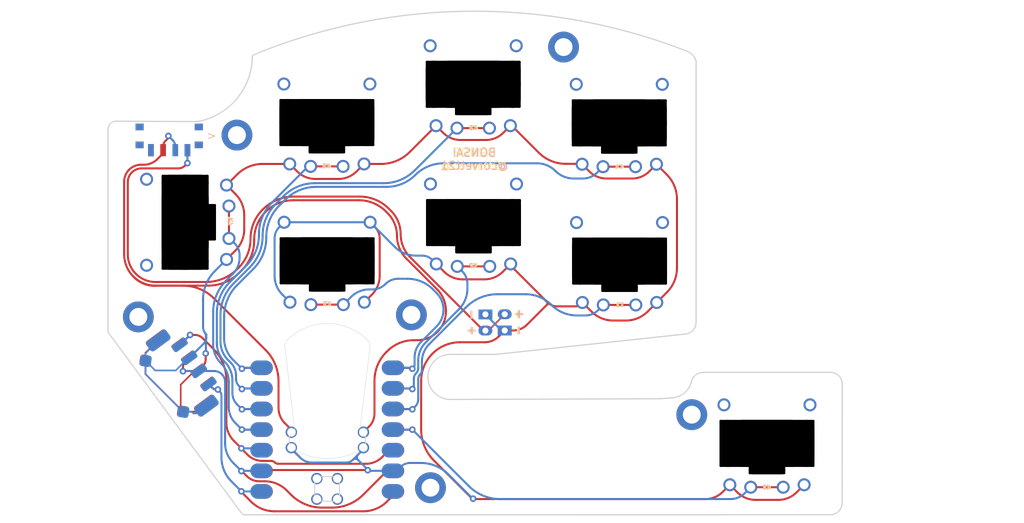
<source format=kicad_pcb>
(kicad_pcb (version 20240108) (generator "pcbnew") (generator_version "8.0")
  (title_block (title "Bonsai") (date "2024-07-03") (rev "v1") (company "Sprinkle"))
  (layers (0 "F.Cu" signal) (31 "B.Cu" signal) (34 "B.Paste" user) (35 "F.Paste" user) (36 "B.SilkS" user "B.Silkscreen") (37 "F.SilkS" user "F.Silkscreen") (38 "B.Mask" user) (39 "F.Mask" user) (44 "Edge.Cuts" user))
  (net 0 "")
  (net 1 "K5")
  (net 2 "GND")
  (net 3 "K6")
  (net 4 "K7")
  (net 5 "K1")
  (net 6 "K0")
  (net 7 "K2")
  (net 8 "K3")
  (net 9 "K4")
  (net 10 "Bat+")
  (net 11 "RAW")
  (net 12 "F1")
  (net 13 "F2")
  (net 14 "F3")
  (footprint "pg1232:pg1232-R" (layer "F.Cu") (at 40.5664 44.389)
    (property "Reference" "REF**" (hide yes))
    (property "Value" "pg1232-R")
  )
  (footprint "pg1232:pg1232-R" (layer "F.Cu") (at 76.5664 27.389)
    (property "Reference" "REF**" (hide yes))
    (property "Value" "pg1232-R")
  )
  (footprint "Button_Switch_SMD:SW_SPDT_PCM12" (layer "F.Cu") (at 21.1 29.325 180)
    (property "Reference" "REF**")
    (property "Value" "SW_SPDT_PCM12")
  )
  (footprint "pg1232:pg1232-R" (layer "F.Cu") (at 94.7664 66.889)
    (property "Reference" "REF**" (hide yes))
    (property "Value" "pg1232-R")
  )
  (footprint "MountingHole:MountingHole_2.2mm_M2_DIN965_Pad" (layer "F.Cu") (at 85.5 63.35)
    (property "Reference" "REF**")
    (property "Value" "MountingHole_2.2mm_M2_DIN965_Pad")
  )
  (footprint "footprints:SLLB510100" (layer "F.Cu") (at 23.098486 57.903767 126.4)
    (property "Reference" "REF**")
    (property "Value" "SLLB510100")
  )
  (footprint "MountingHole:MountingHole_2.2mm_M2_DIN965_Pad" (layer "F.Cu") (at 53.3 72.35)
    (property "Reference" "REF**")
    (property "Value" "MountingHole_2.2mm_M2_DIN965_Pad")
  )
  (footprint "pg1232:pg1232-R" (layer "F.Cu") (at 58.6 39.675)
    (property "Reference" "REF**" (hide yes))
    (property "Value" "pg1232-R")
  )
  (footprint "pg1232:pg1232-R" (layer "F.Cu") (at 40.5328 27.353)
    (property "Reference" "REF**" (hide yes))
    (property "Value" "pg1232-R")
  )
  (footprint "" (layer "F.Cu") (at 50.95 51.05)
    (property "Reference" "")
    (property "Value" "")
  )
  (footprint "footprints:JST_PH_S2B-PH-K_02x2.00mm_Angled" (layer "F.Cu") (at 60.0664 50.989 -90)
    (property "Reference" "REF**")
    (property "Value" "JST_PH_S2B-PH-K_02x2.00mm_Angled")
  )
  (footprint "MountingHole:MountingHole_2.2mm_M2_DIN965_Pad" (layer "F.Cu") (at 29.45 28.9)
    (property "Reference" "REF**")
    (property "Value" "MountingHole_2.2mm_M2_DIN965_Pad")
  )
  (footprint "MountingHole:MountingHole_2.2mm_M2_DIN965_Pad" (layer "F.Cu") (at 69.7 18.05)
    (property "Reference" "REF**")
    (property "Value" "MountingHole_2.2mm_M2_DIN965_Pad")
  )
  (footprint "MountingHole:MountingHole_2.2mm_M2_DIN965_Pad" (layer "F.Cu") (at 17.3 51.3)
    (property "Reference" "REF**")
    (property "Value" "MountingHole_2.2mm_M2_DIN965_Pad")
  )
  (footprint "pg1232:pg1232-R" (layer "F.Cu") (at 58.5664 22.639)
    (property "Reference" "REF**" (hide yes))
    (property "Value" "pg1232-R")
  )
  (footprint "pg1232:pg1232-R" (layer "F.Cu") (at 76.6 44.425)
    (property "Reference" "REF**" (hide yes))
    (property "Value" "pg1232-R")
  )
  (footprint "mcu:xiao-ble-smd-cutout" (layer "F.Cu") (at 40.59644 65.193 180)
    (property "Reference" "U?" (hide yes))
    (property "Value" "xiao-ble-thruhole" (hide yes))
    (fp_line (start 5.249998 10.25) (end 4.0132 -0.063) (stroke (width 0.05)) (layer "Edge.Cuts"))
    (fp_line (start 4.699 -1.7902) (end 4.699 -0.7488) (stroke (width 0.12)) (layer "Edge.Cuts"))
    (fp_line (start -4.013199 -0.063001) (end -5.249998 10.25) (stroke (width 0.05)) (layer "Edge.Cuts"))
    (fp_line (start -4.699 -0.7488) (end -4.699 -1.7902) (stroke (width 0.12)) (layer "Edge.Cuts"))
    (fp_arc (start 5.249998 10.25) (mid 5.185852 10.645284) (end 4.999999 10.999999) (stroke (width 0.05)) (layer "Edge.Cuts"))
    (fp_arc (start 4.999999 10.999999) (mid 0 13.071066) (end -4.999999 10.999999) (stroke (width 0.05)) (layer "Edge.Cuts"))
    (fp_arc (start 4.699 -1.7902) (mid 4.095393 -1.872393) (end 4.0132 -2.476) (stroke (width 0.12)) (layer "Edge.Cuts"))
    (fp_arc (start 4.0132 -0.063) (mid 4.095393 -0.666607) (end 4.699 -0.7488) (stroke (width 0.12)) (layer "Edge.Cuts"))
    (fp_arc (start -4.0132 -2.476) (mid 0 -3.582295) (end 4.0132 -2.476) (stroke (width 0.05)) (layer "Edge.Cuts"))
    (fp_arc (start -4.0132 -2.476) (mid -4.095391 -1.872391) (end -4.699 -1.7902) (stroke (width 0.12)) (layer "Edge.Cuts"))
    (fp_arc (start -4.699 -0.7488) (mid -4.095391 -0.666609) (end -4.0132 -0.063) (stroke (width 0.12)) (layer "Edge.Cuts"))
    (fp_arc (start -4.999999 10.999999) (mid -5.185853 10.645284) (end -5.249998 10.25) (stroke (width 0.05)) (layer "Edge.Cuts"))
  )
  (footprint "pg1232:pg1232-R" (layer "F.Cu") (at 23.0664 39.639 90)
    (property "Reference" "REF**" (hide yes))
    (property "Value" "pg1232-R")
  )
  (footprint "footprints:JST_PH_S2B-PH-K_02x2.00mm_Angled" (layer "B.Cu") (at 62.45 52.975 90)
    (property "Reference" "REF**")
    (property "Value" "JST_PH_S2B-PH-K_02x2.00mm_Angled")
  )
  (footprint "mcu:xiao-ble-smd-cutout" (layer "B.Cu") (at 40.5664 65.189)
    (property "Reference" "U?" (hide yes))
    (property "Value" "xiao-ble-thruhole" (hide yes))
    (fp_line (start -1.524 8.1402) (end -1.524 6.4638) (stroke (width 0.12)) (layer "Edge.Cuts"))
    (fp_line (start 0.8382 5.778) (end -0.8382 5.778) (stroke (width 0.12)) (layer "Edge.Cuts"))
    (fp_line (start 0.8382 8.826) (end -0.8382 8.826) (stroke (width 0.12)) (layer "Edge.Cuts"))
    (fp_line (start 1.524 8.1402) (end 1.524 6.4638) (stroke (width 0.12)) (layer "Edge.Cuts"))
    (fp_arc (start -1.524 8.1402) (mid -0.920391 8.222391) (end -0.8382 8.826) (stroke (width 0.12)) (layer "Edge.Cuts"))
    (fp_arc (start -0.8382 5.778) (mid -0.920391 6.381609) (end -1.524 6.4638) (stroke (width 0.12)) (layer "Edge.Cuts"))
    (fp_arc (start 0.8382 8.826) (mid 0.920393 8.222393) (end 1.524 8.1402) (stroke (width 0.12)) (layer "Edge.Cuts"))
    (fp_arc (start 1.524 6.4638) (mid 0.920393 6.381607) (end 0.8382 5.778) (stroke (width 0.12)) (layer "Edge.Cuts"))
  )
  (footprint "Button_Switch_SMD:SW_SPDT_PCM12" (layer "B.Cu") (at 21.100001 29.325)
    (property "Reference" "REF**")
    (property "Value" "SW_SPDT_PCM12")
  )
  (footprint "footprints:SLLB510100" (layer "B.Cu") (at 23.13239 57.93588 -53.6)
    (property "Reference" "REF**")
    (property "Value" "SLLB510100")
  )
  (gr_line (start 13.575 53.05) (end 13.5664 52.95) (stroke (width 0.15)) (layer "Edge.Cuts"))
  (gr_arc (start 102.583601 58.133601) (mid 103.620501 58.5631) (end 104.05 59.6) (stroke (width 0.15)) (layer "Edge.Cuts"))
  (gr_line (start 13.5664 52.95) (end 13.5664 28.189) (stroke (width 0.15)) (layer "Edge.Cuts"))
  (gr_arc (start 31.341848 19.159238) (mid 29.483253 24.357947) (end 24.75 27.2) (stroke (width 0.15)) (layer "Edge.Cuts"))
  (gr_line (start 13.6 53.2) (end 13.575 53.05) (stroke (width 0.15)) (layer "Edge.Cuts"))
  (gr_arc (start 86.029499 51.963099) (mid 85.6 53) (end 84.563099 53.429499) (stroke (width 0.15)) (layer "Edge.Cuts"))
  (gr_arc (start 84.853758 18.540358) (mid 85.587618 19.007081) (end 86.029139 19.756374) (stroke (width 0.15)) (layer "Edge.Cuts"))
  (gr_line (start 61.2668 55.925) (end 55.75 55.925) (stroke (width 0.15)) (layer "Edge.Cuts"))
  (gr_line (start 81.5664 61.389) (end 55.75 61.475) (stroke (width 0.15)) (layer "Edge.Cuts"))
  (gr_line (start 31.341848 19.159238) (end 31.375 19.1) (stroke (width 0.15)) (layer "Edge.Cuts"))
  (gr_arc (start 55.75 61.475) (mid 52.975 58.7) (end 55.75 55.925) (stroke (width 0.15)) (layer "Edge.Cuts"))
  (gr_line (start 30.15 75.6) (end 29.969684 75.422367) (stroke (width 0.15)) (layer "Edge.Cuts"))
  (gr_line (start 30.25 75.65) (end 30.15 75.6) (stroke (width 0.15)) (layer "Edge.Cuts"))
  (gr_line (start 104.05 59.6) (end 104.029499 74.213099) (stroke (width 0.15)) (layer "Edge.Cuts"))
  (gr_line (start 61.2668 55.925) (end 84.563099 53.429499) (stroke (width 0.15)) (layer "Edge.Cuts"))
  (gr_line (start 31.45 19.05) (end 32.75 18.5) (stroke (width 0.15)) (layer "Edge.Cuts"))
  (gr_line (start 24.174552 27.229762) (end 24.75 27.2) (stroke (width 0.15)) (layer "Edge.Cuts"))
  (gr_line (start 31.375 19.1) (end 31.45 19.05) (stroke (width 0.15)) (layer "Edge.Cuts"))
  (gr_arc (start 13.5664 28.189) (mid 13.859293 27.481893) (end 14.5664 27.189) (stroke (width 0.15)) (layer "Edge.Cuts"))
  (gr_arc (start 32.75 18.5) (mid 58.805665 13.632087) (end 84.853758 18.540357) (stroke (width 0.15)) (layer "Edge.Cuts"))
  (gr_line (start 13.690405 53.357079) (end 13.6 53.2) (stroke (width 0.15)) (layer "Edge.Cuts"))
  (gr_arc (start 104.029499 74.213099) (mid 103.6 75.25) (end 102.563099 75.679499) (stroke (width 0.15)) (layer "Edge.Cuts"))
  (gr_line (start 30.399999 75.688969) (end 30.25 75.65) (stroke (width 0.15)) (layer "Edge.Cuts"))
  (gr_line (start 102.563099 75.679499) (end 30.399999 75.688969) (stroke (width 0.15)) (layer "Edge.Cuts"))
  (gr_arc (start 85.412179 59.473559) (mid 85.886392 58.546667) (end 86.850086 58.152585) (stroke (width 0.15)) (layer "Edge.Cuts"))
  (gr_arc (start 85.412178 59.473559) (mid 84.509823 60.727429) (end 83.067799 61.281507) (stroke (width 0.15)) (layer "Edge.Cuts"))
  (gr_line (start 87.15 58.133601) (end 102.583601 58.133601) (stroke (width 0.15)) (layer "Edge.Cuts"))
  (gr_line (start 86.029139 19.756374) (end 86.029499 51.963099) (stroke (width 0.15)) (layer "Edge.Cuts"))
  (gr_line (start 86.850086 58.152585) (end 87.15 58.133601) (stroke (width 0.15)) (layer "Edge.Cuts"))
  (gr_line (start 81.5664 61.389) (end 83.067799 61.281508) (stroke (width 0.15)) (layer "Edge.Cuts"))
  (gr_line (start 13.690405 53.357079) (end 29.969684 75.422367) (stroke (width 0.15)) (layer "Edge.Cuts"))
  (gr_line (start 14.5664 27.189) (end 24.174552 27.229762) (stroke (width 0.15)) (layer "Edge.Cuts"))
  (gr_text "K5" (at 59.1 28.3 0) (layer "B.SilkS") (effects (font (size 0.5 0.5)) (justify left bottom mirror)))
  (gr_text "K6" (at 41 33 -0) (layer "B.SilkS") (effects (font (size 0.5 0.5)) (justify left bottom mirror)))
  (gr_text "K2" (at 59.1 45.3 0) (layer "B.SilkS") (effects (font (size 0.5 0.5)) (justify left bottom mirror)))
  (gr_text "BONSAI\n@corvett21" (at 58.7 33.25 0) (layer "B.SilkS") (effects (font (size 1 1)) (justify bottom mirror)))
  (gr_text "K7" (at 29 39 90) (layer "B.SilkS") (effects (font (size 0.5 0.5)) (justify left bottom mirror)))
  (gr_text "<" (at 27 29.525 0) (layer "B.SilkS") (effects (font (size 1 1) (thickness 0.1)) (justify left bottom mirror)))
  (gr_text "+" (at 57.6 53.5 -0) (layer "B.SilkS") (effects (font (size 1 1) (thickness 0.25) (bold yes)) (justify left bottom)))
  (gr_text "-" (at 57.825 50.225 -90) (layer "B.SilkS") (effects (font (size 1 1) (thickness 0.25) (bold yes)) (justify left bottom)))
  (gr_text "K3" (at 41.1164 50 0) (layer "B.SilkS") (effects (font (size 0.5 0.5)) (justify left bottom mirror)))
  (gr_text "K4" (at 77.1 33.1 -0) (layer "B.SilkS") (effects (font (size 0.5 0.5)) (justify left bottom mirror)))
  (gr_text "K0" (at 95.3 72.6 0) (layer "B.SilkS") (effects (font (size 0.5 0.5)) (justify left bottom mirror)))
  (gr_text "-" (at 63.675 52.175 -90) (layer "B.SilkS") (effects (font (size 1 1) (thickness 0.25) (bold yes)) (justify left bottom)))
  (gr_text "+" (at 63.45 51.475 -0) (layer "B.SilkS") (effects (font (size 1 1) (thickness 0.25) (bold yes)) (justify left bottom)))
  (gr_text "K1" (at 77.2 50.1 0) (layer "B.SilkS") (effects (font (size 0.5 0.5)) (justify left bottom mirror)))
  (gr_text ">" (at 25.675 29.525 0) (layer "F.SilkS") (effects (font (size 1 1) (thickness 0.1)) (justify left bottom)))
  (gr_text "K3" (at 40 50 0) (layer "F.SilkS") (effects (font (size 0.5 0.5)) (justify left bottom)))
  (gr_text "+" (at 59.1 53.5 0) (layer "F.SilkS") (effects (font (size 1 1) (thickness 0.25) (bold yes)) (justify left bottom mirror)))
  (gr_text "-" (at 58.85 50.25 90) (layer "F.SilkS") (effects (font (size 1 1) (thickness 0.25) (bold yes)) (justify left bottom mirror)))
  (gr_text "K0" (at 94.2 72.6 0) (layer "F.SilkS") (effects (font (size 0.5 0.5)) (justify left bottom)))
  (gr_text "K1" (at 76.1 50.1 0) (layer "F.SilkS") (effects (font (size 0.5 0.5)) (justify left bottom)))
  (gr_text "BONSAI\n@corvett21" (at 58.75 33.25 0) (layer "F.SilkS") (effects (font (size 1 1)) (justify bottom)))
  (gr_text "K5" (at 58.1 28.3 0) (layer "F.SilkS") (effects (font (size 0.5 0.5)) (justify left bottom)))
  (gr_text "-" (at 64.6 52.2 90) (layer "F.SilkS") (effects (font (size 1 1) (thickness 0.25) (bold yes)) (justify left bottom mirror)))
  (gr_text "K2" (at 58.1 45.3 0) (layer "F.SilkS") (effects (font (size 0.5 0.5)) (justify left bottom)))
  (gr_text "K6" (at 40 33 0) (layer "F.SilkS") (effects (font (size 0.5 0.5)) (justify left bottom)))
  (gr_text "K7" (at 29 40 90) (layer "F.SilkS") (effects (font (size 0.5 0.5)) (justify left bottom)))
  (gr_text "+" (at 64.85 51.525 0) (layer "F.SilkS") (effects (font (size 1 1) (thickness 0.25) (bold yes)) (justify left bottom mirror)))
  (gr_text "K4" (at 76.1 33.1 0) (layer "F.SilkS") (effects (font (size 0.5 0.5)) (justify left bottom)))
  (segment (start 30.0964 60.159) (end 30.0664 60.189) (width 0.25) (layer "F.Cu") (net 1))
  (segment (start 56.5664 28.039) (end 60.5664 28.039) (width 0.25) (layer "F.Cu") (net 1))
  (segment (start 30.168826 60.129) (end 32.02648 60.129) (width 0.25) (layer "F.Cu") (net 1))
  (via (at 30.0664 60.189) (size 0.8) (drill 0.4) (layers "F.Cu" "B.Cu") (net 1))
  (arc (start 30.0964 60.159) (mid 30.129629 60.136796) (end 30.168826 60.129) (width 0.25) (layer "F.Cu") (net 1))
  (segment (start 30.0664 60.189) (end 29.7039 59.8265) (width 0.25) (layer "B.Cu") (net 1))
  (segment (start 30.0664 60.189) (end 30.1064 60.149) (width 0.25) (layer "B.Cu") (net 1))
  (segment (start 32.6164 41.352428) (end 32.6164 41.256567) (width 0.25) (layer "B.Cu") (net 1))
  (segment (start 27.422441 51.054314) (end 27.422441 54.324528) (width 0.25) (layer "B.Cu") (net 1))
  (segment (start 39.047967 34.825) (end 47.526436 34.825) (width 0.25) (layer "B.Cu") (net 1))
  (segment (start 29.3414 58.532198) (end 29.3414 58.951347) (width 0.25) (layer "B.Cu") (net 1))
  (segment (start 30.202968 60.109) (end 31.99644 60.109) (width 0.25) (layer "B.Cu") (net 1))
  (segment (start 51.374192 33.231207) (end 56.5664 28.039) (width 0.25) (layer "B.Cu") (net 1))
  (segment (start 35.20021 36.418792) (end 34.210192 37.408811) (width 0.25) (layer "B.Cu") (net 1))
  (segment (start 29.016233 47.206558) (end 31.022607 45.200184) (width 0.25) (layer "B.Cu") (net 1))
  (segment (start 28.38192 56.640916) (end 28.682516 56.941512) (width 0.25) (layer "B.Cu") (net 1))
  (arc (start 31.022607 45.200184) (mid 32.202186 43.434818) (end 32.6164 41.352428) (width 0.25) (layer "B.Cu") (net 1))
  (arc (start 28.38192 56.640916) (mid 27.671801 55.578148) (end 27.422441 54.324528) (width 0.25) (layer "B.Cu") (net 1))
  (arc (start 39.047967 34.825) (mid 36.965576 35.239213) (end 35.20021 36.418792) (width 0.25) (layer "B.Cu") (net 1))
  (arc (start 51.374192 33.231207) (mid 49.608826 34.410786) (end 47.526436 34.825) (width 0.25) (layer "B.Cu") (net 1))
  (arc (start 29.3414 58.951347) (mid 29.43561 59.424976) (end 29.7039 59.8265) (width 0.25) (layer "B.Cu") (net 1))
  (arc (start 30.1064 60.149) (mid 30.150705 60.119395) (end 30.202968 60.109) (width 0.25) (layer "B.Cu") (net 1))
  (arc (start 29.3414 58.532198) (mid 29.170161 57.671325) (end 28.682516 56.941512) (width 0.25) (layer "B.Cu") (net 1))
  (arc (start 27.422441 51.054314) (mid 27.836654 48.971923) (end 29.016233 47.206558) (width 0.25) (layer "B.Cu") (net 1))
  (arc (start 34.210192 37.408811) (mid 33.030613 39.174176) (end 32.6164 41.256567) (width 0.25) (layer "B.Cu") (net 1))
  (segment (start 47.0414 41.64485) (end 47.0414 46.254032) (width 0.25) (layer "F.Cu") (net 2))
  (segment (start 35.9528 32.453) (end 36.8763 33.3765) (width 0.25) (layer "F.Cu") (net 2))
  (segment (start 59.936497 46.675) (end 57.263502 46.675) (width 0.25) (layer "F.Cu") (net 2))
  (segment (start 22.796915 62.971464) (end 22.521088 62.695637) (width 0.2) (layer "F.Cu") (net 2))
  (segment (start 78.140184 34.25) (end 74.992615 34.25) (width 0.25) (layer "F.Cu") (net 2))
  (segment (start 77.381687 51.75) (end 75.818312 51.75) (width 0.25) (layer "F.Cu") (net 2))
  (segment (start 54.8669 28.6195) (end 53.9864 27.739) (width 0.25) (layer "F.Cu") (net 2))
  (segment (start 62.23 45.725) (end 63.108405 44.846594) (width 0.25) (layer "F.Cu") (net 2))
  (segment (start 58.638189 73.75) (end 87.180184 73.75) (width 0.25) (layer "F.Cu") (net 2))
  (segment (start 71.209124 50) (end 68.892812 50) (width 0.25) (layer "F.Cu") (net 2))
  (segment (start 45.1128 32.453) (end 47.1926 32.453) (width 0.25) (layer "F.Cu") (net 2))
  (segment (start 29.4694 33.756) (end 28.1664 35.059) (width 0.25) (layer "F.Cu") (net 2))
  (segment (start 24.237564 57.937216) (end 24.738267 57.937216) (width 0.2) (layer "F.Cu") (net 2))
  (segment (start 69.97705 32.439) (end 71.901044 32.439) (width 0.25) (layer "F.Cu") (net 2))
  (segment (start 67.714375 49.511875) (end 67.22625 49.02375) (width 0.25) (layer "F.Cu") (net 2))
  (segment (start 62.45 52.975) (end 63.465 52.975) (width 0.25) (layer "F.Cu") (net 2))
  (segment (start 63.085836 27.799563) (end 62.2659 28.6195) (width 0.25) (layer "F.Cu") (net 2))
  (segment (start 22.521088 62.695637) (end 22.521088 59.653692) (width 0.2) (layer "F.Cu") (net 2))
  (segment (start 82.4107 33.7533) (end 81.1464 32.489) (width 0.25) (layer "F.Cu") (net 2))
  (segment (start 52.15 59.204898) (end 52.15 65.171036) (width 0.25) (layer "F.Cu") (net 2))
  (segment (start 71.9864 32.489) (end 72.0364 32.539) (width 0.25) (layer "F.Cu") (net 2))
  (segment (start 18.168248 56.693293) (end 18.168248 58.342797) (width 0.2) (layer "F.Cu") (net 2))
  (segment (start 56.992615 29.5) (end 60.140184 29.5) (width 0.25) (layer "F.Cu") (net 2))
  (segment (start 71.9864 32.489) (end 71.9614 32.464) (width 0.25) (layer "F.Cu") (net 2))
  (segment (start 58.551047 73.698953) (end 58.57657 73.724476) (width 0.25) (layer "F.Cu") (net 2))
  (segment (start 46.4539 40.2265) (end 45.8664 39.639) (width 0.25) (layer "F.Cu") (net 2))
  (segment (start 25.169133 57.506349) (end 24.738267 57.937216) (width 0.25) (layer "F.Cu") (net 2))
  (segment (start 46.0939 48.5415) (end 45.1464 49.489) (width 0.25) (layer "F.Cu") (net 2))
  (segment (start 45.5664 70.189) (end 45.5594 70.182) (width 0.25) (layer "F.Cu") (net 2))
  (segment (start 81.18 49.525) (end 82.4275 48.2775) (width 0.25) (layer "F.Cu") (net 2))
  (segment (start 65.197713 52.257286) (end 67.655905 49.799094) (width 0.25) (layer "F.Cu") (net 2))
  (segment (start 32.07548 70.224) (end 32.02648 70.273) (width 0.25) (layer "F.Cu") (net 2))
  (segment (start 53.9864 27.739) (end 50.74304 30.982359) (width 0.25) (layer "F.Cu") (net 2))
  (segment (start 98.4159 72.9195) (end 99.3464 71.989) (width 0.25) (layer "F.Cu") (net 2))
  (segment (start 63.251594 45.049094) (end 67.655905 49.453405) (width 0.25) (layer "F.Cu") (net 2))
  (segment (start 22.796915 62.971464) (end 24.916615 62.971464) (width 0.2) (layer "F.Cu") (net 2))
  (segment (start 28.1664 35.059) (end 29.2582 36.1508) (width 0.25) (layer "F.Cu") (net 2))
  (segment (start 45.5425 70.175) (end 32.193776 70.175) (width 0.25) (layer "F.Cu") (net 2))
  (segment (start 73.1325 50.6375) (end 72.2575 49.7625) (width 0.25) (layer "F.Cu") (net 2))
  (segment (start 58.4875 73.698953) (end 58.551047 73.698953) (width 0.25) (layer "F.Cu") (net 2))
  (segment (start 30.35 40.491361) (end 30.35 38.786638) (width 0.25) (layer "F.Cu") (net 2))
  (segment (start 32.02648 70.289) (end 32.47548 69.84) (width 0.25) (layer "F.Cu") (net 2))
  (segment (start 22.521088 59.653692) (end 24.237564 57.937216) (width 0.2) (layer "F.Cu") (net 2))
  (segment (start 83.675 45.265768) (end 83.675 36.80559) (width 0.25) (layer "F.Cu") (net 2))
  (segment (start 66.63223 31.05353) (end 63.378263 27.799563) (width 0.25) (layer "F.Cu") (net 2))
  (segment (start 53.743792 69.018792) (end 58.379018 73.654018) (width 0.25) (layer "F.Cu") (net 2))
  (segment (start 72.0364 32.539) (end 72.8669 33.3695) (width 0.25) (layer "F.Cu") (net 2))
  (segment (start 45.1128 32.453) (end 44.1893 33.3765) (width 0.25) (layer "F.Cu") (net 2))
  (segment (start 24.916615 62.971464) (end 25.663134 62.224945) (width 0.2) (layer "F.Cu") (net 2))
  (segment (start 25.6 55.8) (end 25.6 56.466145) (width 0.25) (layer "F.Cu") (net 2))
  (segment (start 62.45 52.975) (end 61.725 53.7) (width 0.25) (layer "F.Cu") (net 2))
  (segment (start 80.2659 33.3695) (end 81.1464 32.489) (width 0.25) (layer "F.Cu") (net 2))
  (segment (start 41.959773 34.3) (end 39.105826 34.3) (width 0.25) (layer "F.Cu") (net 2))
  (segment (start 18.168248 58.342797) (end 22.796915 62.971464) (width 0.2) (layer "F.Cu") (net 2))
  (segment (start 54.97 45.725) (end 54.02 44.775) (width 0.25) (layer "F.Cu") (net 2))
  (segment (start 18.168248 55.736704) (end 19.728945 54.176007) (width 0.2) (layer "F.Cu") (net 2))
  (segment (start 96.169474 73.85) (end 93.363325 73.85) (width 0.25) (layer "F.Cu") (net 2))
  (segment (start 81.18 49.525) (end 80.0675 50.6375) (width 0.25) (layer "F.Cu") (net 2))
  (segment (start 91.1169 72.9195) (end 90.1864 71.989) (width 0.25) (layer "F.Cu") (net 2))
  (segment (start 18.168248 56.693293) (end 18.168248 55.736704) (width 0.2) (layer "F.Cu") (net 2))
  (segment (start 29.2582 43.1272) (end 28.1664 44.219) (width 0.25) (layer "F.Cu") (net 2))
  (segment (start 89.3059 72.8695) (end 90.1864 71.989) (width 0.25) (layer "F.Cu") (net 2))
  (segment (start 56.929898 54.425) (end 59.974695 54.425) (width 0.25) (layer "F.Cu") (net 2))
  (segment (start 32.61512 32.453) (end 35.9528 32.453) (width 0.25) (layer "F.Cu") (net 2))
  (via (at 25.6 55.8) (size 0.8) (drill 0.4) (layers "F.Cu" "B.Cu") (net 2))
  (via (at 45.5664 70.189) (size 0.8) (drill 0.4) (layers "F.Cu" "B.Cu") (net 2))
  (via (at 58.551047 73.698953) (size 0.8) (drill 0.4) (layers "F.Cu" "B.Cu") (net 2))
  (arc (start 63.108405 44.846594) (mid 63.15411 44.837503) (end 63.18 44.87625) (width 0.25) (layer "F.Cu") (net 2))
  (arc (start 74.992615 34.25) (mid 73.842186 34.021165) (end 72.8669 33.3695) (width 0.25) (layer "F.Cu") (net 2))
  (arc (start 53.743792 69.018792) (mid 52.564213 67.253426) (end 52.15 65.171036) (width 0.25) (layer "F.Cu") (net 2))
  (arc (start 91.1169 72.9195) (mid 92.147568 73.60817) (end 93.363325 73.85) (width 0.25) (layer "F.Cu") (net 2))
  (arc (start 71.7825 49.7625) (mid 72.02 49.664124) (end 72.2575 49.7625) (width 0.25) (layer "F.Cu") (net 2))
  (arc (start 58.4875 73.698953) (mid 58.42879 73.687274) (end 58.379018 73.654018) (width 0.25) (layer "F.Cu") (net 2))
  (arc (start 73.1325 50.6375) (mid 74.364761 51.46087) (end 75.818312 51.75) (width 0.25) (layer "F.Cu") (net 2))
  (arc (start 47.1926 32.453) (mid 49.114084 32.070792) (end 50.74304 30.982359) (width 0.25) (layer "F.Cu") (net 2))
  (arc (start 67.7275 49.62625) (mid 67.708893 49.719792) (end 67.655905 49.799094) (width 0.25) (layer "F.Cu") (net 2))
  (arc (start 65.197713 52.257286) (mid 64.402737 52.788472) (end 63.465 52.975) (width 0.25) (layer "F.Cu") (net 2))
  (arc (start 82.4107 33.7533) (mid 83.346419 35.153702) (end 83.675 36.80559) (width 0.25) (layer "F.Cu") (net 2))
  (arc (start 67.655905 49.453405) (mid 67.708893 49.532707) (end 67.7275 49.62625) (width 0.25) (layer "F.Cu") (net 2))
  (arc (start 58.638189 73.75) (mid 58.604841 73.743366) (end 58.57657 73.724476) (width 0.25) (layer "F.Cu") (net 2))
  (arc (start 59.936497 46.675) (mid 61.177731 46.428103) (end 62.23 45.725) (width 0.25) (layer "F.Cu") (net 2))
  (arc (start 56.992615 29.5) (mid 55.842186 29.271165) (end 54.8669 28.6195) (width 0.25) (layer "F.Cu") (net 2))
  (arc (start 71.901044 32.439) (mid 71.933708 32.445497) (end 71.9614 32.464) (width 0.25) (layer "F.Cu") (net 2))
  (arc (start 83.675 45.265768) (mid 83.350785 46.895705) (end 82.4275 48.2775) (width 0.25) (layer "F.Cu") (net 2))
  (arc (start 77.381687 51.75) (mid 78.835238 51.46087) (end 80.0675 50.6375) (width 0.25) (layer "F.Cu") (net 2))
  (arc (start 71.7825 49.7625) (mid 71.519432 49.938275) (end 71.209124 50) (width 0.25) (layer "F.Cu") (net 2))
  (arc (start 96.169474 73.85) (mid 97.385231 73.60817) (end 98.4159 72.9195) (width 0.25) (layer "F.Cu") (net 2))
  (arc (start 53.55 55.825) (mid 55.10071 54.788848) (end 56.929898 54.425) (width 0.25) (layer "F.Cu") (net 2))
  (arc (start 41.959773 34.3) (mid 43.166384 34.05999) (end 44.1893 33.3765) (width 0.25) (layer "F.Cu") (net 2))
  (arc (start 32.193776 70.175) (mid 32.129754 70.187734) (end 32.07548 70.224) (width 0.25) (layer "F.Cu") (net 2))
  (arc (start 29.4694 33.756) (mid 30.912668 32.791638) (end 32.61512 32.453) (width 0.25) (layer "F.Cu") (net 2))
  (arc (start 89.3059 72.8695) (mid 88.330613 73.521165) (end 87.180184 73.75) (width 0.25) (layer "F.Cu") (net 2))
  (arc (start 46.0939 48.5415) (mid 46.795152 47.492) (end 47.0414 46.254032) (width 0.25) (layer "F.Cu") (net 2))
  (arc (start 78.140184 34.25) (mid 79.290613 34.021165) (end 80.2659 33.3695) (width 0.25) (layer "F.Cu") (net 2))
  (arc (start 63.251594 45.049094) (mid 63.198606 44.969792) (end 63.18 44.87625) (width 0.25) (layer "F.Cu") (net 2))
  (arc (start 63.23205 27.739) (mid 63.152919 27.754739) (end 63.085836 27.799563) (width 0.25) (layer "F.Cu") (net 2))
  (arc (start 45.5425 70.175) (mid 45.551646 70.176819) (end 45.5594 70.182) (width 0.25) (layer "F.Cu") (net 2))
  (arc (start 47.0414 41.64485) (mid 46.888713 40.877244) (end 46.4539 40.2265) (width 0.25) (layer "F.Cu") (net 2))
  (arc (start 67.714375 49.511875) (mid 68.255046 49.87314) (end 68.892812 50) (width 0.25) (layer "F.Cu") (net 2))
  (arc (start 30.35 40.491361) (mid 30.06625 41.917866) (end 29.2582 43.1272) (width 0.25) (layer "F.Cu") (net 2))
  (arc (start 60.140184 29.5) (mid 61.290613 29.271165) (end 62.2659 28.6195) (width 0.25) (layer "F.Cu") (net 2))
  (arc (start 39.105826 34.3) (mid 37.899215 34.05999) (end 36.8763 33.3765) (width 0.25) (layer "F.Cu") (net 2))
  (arc (start 53.55 55.825) (mid 52.513848 57.37571) (end 52.15 59.204898) (width 0.25) (layer "F.Cu") (net 2))
  (arc (start 30.35 38.786638) (mid 30.06625 37.360132) (end 29.2582 36.1508) (width 0.25) (layer "F.Cu") (net 2))
  (arc (start 25.6 56.466145) (mid 25.488021 57.029099) (end 25.169133 57.506349) (width 0.25) (layer "F.Cu") (net 2))
  (arc (start 61.725 53.7) (mid 60.921953 54.236578) (end 59.974695 54.425) (width 0.25) (layer "F.Cu") (net 2))
  (arc (start 54.97 45.725) (mid 56.022267 46.428103) (end 57.263502 46.675) (width 0.25) (layer "F.Cu") (net 2))
  (arc (start 66.63223 31.05353) (mid 68.166846 32.078928) (end 69.97705 32.439) (width 0.25) (layer "F.Cu") (net 2))
  (arc (start 63.23205 27.739) (mid 63.31118 27.754739) (end 63.378263 27.799563) (width 0.25) (layer "F.Cu") (net 2))
  (segment (start 18.202149 56.725406) (end 18.202149 58.374911) (width 0.2) (layer "B.Cu") (net 2))
  (segment (start 25.591892 53.375898) (end 25.557997 53.342003) (width 0.25) (layer "B.Cu") (net 2))
  (segment (start 23.450504 56.359546) (end 23.585337 56.359546) (width 0.2) (layer "B.Cu") (net 2))
  (segment (start 35.2664 39.639) (end 35.2637 39.639) (width 0.25) (layer "B.Cu") (net 2))
  (segment (start 19.376743 57.9) (end 21.91005 57.9) (width 0.2) (layer "B.Cu") (net 2))
  (segment (start 45.8664 39.639) (end 48.910517 42.683117) (width 0.25) (layer "B.Cu") (net 2))
  (segment (start 37.266517 68.661161) (end 37.103657 68.498301) (width 0.25) (layer "B.Cu") (net 2))
  (segment (start 42.94038 69.25) (end 38.6881 69.25) (width 0.25) (layer "B.Cu") (net 2))
  (segment (start 36.1214 67.463521) (end 36.1214 67.411) (width 0.25) (layer "B.Cu") (net 2))
  (segment (start 45.04144 67.51178) (end 45.04144 67.415) (width 0.25) (layer "B.Cu") (net 2))
  (segment (start 24.1 63.2) (end 24.4 63.2) (width 0.2) (layer "B.Cu") (net 2))
  (segment (start 52.10268 69.3) (end 50.790546 69.3) (width 0.25) (layer "B.Cu") (net 2))
  (segment (start 45.702968 70.269) (end 48.451173 70.269) (width 0.25) (layer "B.Cu") (net 2))
  (segment (start 45.540732 70.090732) (end 44.375 68.925) (width 0.25) (layer "B.Cu") (net 2))
  (segment (start 61.911827 52.834427) (end 60.0664 50.989) (width 0.25) (layer "B.Cu") (net 2))
  (segment (start 36.15144 67.480542) (end 36.15144 67.415) (width 0.25) (layer "B.Cu") (net 2))
  (segment (start 44.374999 68.274999) (end 43.725 68.925) (width 0.25) (layer "B.Cu") (net 2))
  (segment (start 53.5075 44.2625) (end 54.02 44.775) (width 0.25) (layer "B.Cu") (net 2))
  (segment (start 44.374999 68.274999) (end 44.973006 67.676993) (width 0.25) (layer "B.Cu") (net 2))
  (segment (start 36.777937 68.17258) (end 37.103657 68.498301) (width 0.25) (layer "B.Cu") (net 2))
  (segment (start 35.0389 48.5415) (end 35.9864 49.489) (width 0.25) (layer "B.Cu") (net 2))
  (segment (start 58.551047 73.698953) (end 58.525 73.698953) (width 0.25) (layer "B.Cu") (net 2))
  (segment (start 36.414559 67.809202) (end 36.777937 68.17258) (width 0.25) (layer "B.Cu") (net 2))
  (segment (start 23.903576 63.003576) (end 24.1 63.2) (width 0.2) (layer "B.Cu") (net 2))
  (segment (start 21.91005 57.9) (end 23.450504 56.359546) (width 0.2) (layer "B.Cu") (net 2))
  (segment (start 24.4 63.2) (end 25.342945 62.257055) (width 0.2) (layer "B.Cu") (net 2))
  (segment (start 34.0914 41.635632) (end 34.0914 46.254032) (width 0.25) (layer "B.Cu") (net 2))
  (segment (start 36.158538 67.553181) (end 36.414559 67.809202) (width 0.25) (layer "B.Cu") (net 2))
  (segment (start 18.202149 56.725406) (end 18.202149 55.768817) (width 0.2) (layer "B.Cu") (net 2))
  (segment (start 26.7207 45.6647) (end 28.1664 44.219) (width 0.25) (layer "B.Cu") (net 2))
  (segment (start 18.202149 58.374911) (end 22.830814 63.003576) (width 0.2) (layer "B.Cu") (net 2))
  (segment (start 25.6 55.8) (end 25.6125 55.7875) (width 0.25) (layer "B.Cu") (net 2))
  (segment (start 34.676199 40.223799) (end 35.25909 39.640909) (width 0.25) (layer "B.Cu") (net 2))
  (segment (start 25.342945 62.257055) (end 25.697036 62.257055) (width 0.2) (layer "B.Cu") (net 2))
  (segment (start 45.5664 70.1527) (end 45.5664 70.189) (width 0.25) (layer "B.Cu") (net 2))
  (segment (start 25.275 49.154928) (end 25.275 52.511124) (width 0.25) (layer "B.Cu") (net 2))
  (segment (start 45.5664 70.189) (end 45.6064 70.229) (width 0.25) (layer "B.Cu") (net 2))
  (segment (start 18.202149 56.725406) (end 19.376743 57.9) (width 0.2) (layer "B.Cu") (net 2))
  (segment (start 25.391781 54.553101) (end 23.585337 56.359546) (width 0.25) (layer "B.Cu") (net 2))
  (segment (start 25.67372 53.872441) (end 25.67372 53.47372) (width 0.25) (layer "B.Cu") (net 2))
  (segment (start 25.625787 53.457727) (end 25.625787 55.765968) (width 0.25) (layer "B.Cu") (net 2))
  (segment (start 36.414559 67.809203) (end 36.197785 67.592429) (width 0.25) (layer "B.Cu") (net 2))
  (segment (start 35.2718 39.639) (end 45.8664 39.639) (width 0.25) (layer "B.Cu") (net 2))
  (segment (start 35.2718 39.639) (end 35.2664 39.639) (width 0.25) (layer "B.Cu") (net 2))
  (segment (start 52.270215 43.75) (end 51.4862 43.75) (width 0.25) (layer "B.Cu") (net 2))
  (segment (start 62.2512 52.975) (end 62.45 52.975) (width 0.25) (layer "B.Cu") (net 2))
  (segment (start 36.414559 67.809203) (end 36.777937 68.172581) (width 0.25) (layer "B.Cu") (net 2))
  (segment (start 18.202149 55.768817) (end 19.762848 54.208118) (width 0.2) (layer "B.Cu") (net 2))
  (segment (start 37.103657 68.498301) (end 36.777937 68.172581) (width 0.25) (layer "B.Cu") (net 2))
  (segment (start 55.512318 70.712318) (end 58.480534 73.680534) (width 0.25) (layer "B.Cu") (net 2))
  (segment (start 22.830814 63.003576) (end 23.903576 63.003576) (width 0.2) (layer "B.Cu") (net 2))
  (arc (start 36.158538 67.553181) (mid 36.131051 67.512044) (end 36.1214 67.463521) (width 0.25) (layer "B.Cu") (net 2))
  (arc (start 35.0389 48.5415) (mid 34.337647 47.492) (end 34.0914 46.254032) (width 0.25) (layer "B.Cu") (net 2))
  (arc (start 25.275 49.154928) (mid 25.650725 47.26603) (end 26.7207 45.6647) (width 0.25) (layer "B.Cu") (net 2))
  (arc (start 58.525 73.698953) (mid 58.500935 73.694166) (end 58.480534 73.680534) (width 0.25) (layer "B.Cu") (net 2))
  (arc (start 49.62086 69.7845) (mid 50.157516 69.425917) (end 50.790546 69.3) (width 0.25) (layer "B.Cu") (net 2))
  (arc (start 25.67372 53.872441) (mid 25.600446 54.240811) (end 25.391781 54.553101) (width 0.25) (layer "B.Cu") (net 2))
  (arc (start 25.275 52.511124) (mid 25.378623 53.032077) (end 25.67372 53.47372) (width 0.25) (layer "B.Cu") (net 2))
  (arc (start 44.374999 68.274999) (mid 44.24038 68.599999) (end 44.375 68.925) (width 0.25) (layer "B.Cu") (net 2))
  (arc (start 45.04144 67.51178) (mid 45.023654 67.601192) (end 44.973006 67.676993) (width 0.25) (layer "B.Cu") (net 2))
  (arc (start 37.266517 68.661161) (mid 37.918744 69.096965) (end 38.6881 69.25) (width 0.25) (layer "B.Cu") (net 2))
  (arc (start 36.15144 67.480542) (mid 36.163484 67.541094) (end 36.197785 67.592429) (width 0.25) (layer "B.Cu") (net 2))
  (arc (start 62.2512 52.975) (mid 62.067532 52.938466) (end 61.911827 52.834427) (width 0.25) (layer "B.Cu") (net 2))
  (arc (start 34.676199 40.223799) (mid 34.243384 40.871553) (end 34.0914 41.635632) (width 0.25) (layer "B.Cu") (net 2))
  (arc (start 52.10268 69.3) (mid 53.947962 69.667049) (end 55.512318 70.712318) (width 0.25) (layer "B.Cu") (net 2))
  (arc (start 45.5664 70.1527) (mid 45.559729 70.119163) (end 45.540732 70.090732) (width 0.25) (layer "B.Cu") (net 2))
  (arc (start 49.62086 69.7845) (mid 49.084203 70.143082) (end 48.451173 70.269) (width 0.25) (layer "B.Cu") (net 2))
  (arc (start 25.6125 55.7875) (mid 25.619962 55.77744) (end 25.625787 55.765968) (width 0.25) (layer "B.Cu") (net 2))
  (arc (start 35.2637 39.639) (mid 35.261205 39.639496) (end 35.25909 39.640909) (width 0.25) (layer "B.Cu") (net 2))
  (arc (start 36.777937 68.172581) (mid 36.777937 68.17258) (end 36.777937 68.17258) (width 0.25) (layer "B.Cu") (net 2))
  (arc (start 45.702968 70.269) (mid 45.650705 70.258604) (end 45.6064 70.229) (width 0.25) (layer "B.Cu") (net 2))
  (arc (start 52.270215 43.75) (mid 52.939828 43.883194) (end 53.5075 44.2625) (width 0.25) (layer "B.Cu") (net 2))
  (arc (start 36.414559 67.809203) (mid 36.414559 67.809202) (end 36.414559 67.809202) (width 0.25) (layer "B.Cu") (net 2))
  (arc (start 42.94038 69.25) (mid 43.365013 69.165535) (end 43.725 68.925) (width 0.25) (layer "B.Cu") (net 2))
  (arc (start 51.4862 43.75) (mid 50.09225 43.472726) (end 48.910517 42.683117) (width 0.25) (layer "B.Cu") (net 2))
  (arc (start 25.591892 53.375898) (mid 25.616977 53.413441) (end 25.625787 53.457727) (width 0.25) (layer "B.Cu") (net 2))
  (arc (start 43.725 68.925) (mid 44.05 68.79038) (end 44.375 68.925) (width 0.25) (layer "B.Cu") (net 2))
  (segment (start 38.5328 32.753) (end 42.5328 32.753) (width 0.25) (layer "F.Cu") (net 3))
  (segment (start 30.100542 62.669) (end 32.02648 62.669) (width 0.25) (layer "F.Cu") (net 3))
  (segment (start 30.0764 62.679) (end 30.0664 62.689) (width 0.25) (layer "F.Cu") (net 3))
  (via (at 30.0664 62.689) (size 0.8) (drill 0.4) (layers "F.Cu" "B.Cu") (net 3))
  (arc (start 30.0764 62.679) (mid 30.087476 62.671598) (end 30.100542 62.669) (width 0.25) (layer "F.Cu") (net 3))
  (segment (start 28.566233 47.020161) (end 30.572607 45.013788) (width 0.25) (layer "B.Cu") (net 3))
  (segment (start 30.0664 62.689) (end 30.0864 62.669) (width 0.25) (layer "B.Cu") (net 3))
  (segment (start 32.1664 41.070171) (end 32.1664 41.166032) (width 0.25) (layer "B.Cu") (net 3))
  (segment (start 38.122413 32.860194) (end 33.760192 37.222415) (width 0.25) (layer "B.Cu") (net 3))
  (segment (start 38.381204 32.753) (end 38.5328 32.753) (width 0.25) (layer "B.Cu") (net 3))
  (segment (start 30.134684 62.649) (end 31.99644 62.649) (width 0.25) (layer "B.Cu") (net 3))
  (segment (start 30.0664 62.689) (end 29.4789 62.1015) (width 0.25) (layer "B.Cu") (net 3))
  (segment (start 26.972441 54.510924) (end 26.972441 50.867918) (width 0.25) (layer "B.Cu") (net 3))
  (segment (start 28.8914 60.683149) (end 28.8914 59.1437) (width 0.25) (layer "B.Cu") (net 3))
  (arc (start 28.8914 60.683149) (mid 29.044086 61.450755) (end 29.4789 62.1015) (width 0.25) (layer "B.Cu") (net 3))
  (arc (start 38.122413 32.860194) (mid 38.241147 32.780858) (end 38.381204 32.753) (width 0.25) (layer "B.Cu") (net 3))
  (arc (start 27.93192 56.827312) (mid 28.642039 57.89008) (end 28.8914 59.1437) (width 0.25) (layer "B.Cu") (net 3))
  (arc (start 32.1664 41.166032) (mid 31.752186 43.248422) (end 30.572607 45.013788) (width 0.25) (layer "B.Cu") (net 3))
  (arc (start 27.93192 56.827312) (mid 27.221801 55.764544) (end 26.972441 54.510924) (width 0.25) (layer "B.Cu") (net 3))
  (arc (start 30.134684 62.649) (mid 30.108552 62.654197) (end 30.0864 62.669) (width 0.25) (layer "B.Cu") (net 3))
  (arc (start 33.760192 37.222415) (mid 32.580613 38.98778) (end 32.1664 41.070171) (width 0.25) (layer "B.Cu") (net 3))
  (arc (start 28.566233 47.020161) (mid 27.386654 48.785527) (end 26.972441 50.867918) (width 0.25) (layer "B.Cu") (net 3))
  (segment (start 30.100542 65.209) (end 32.02648 65.209) (width 0.25) (layer "F.Cu") (net 4))
  (segment (start 30.0764 65.199) (end 30.0664 65.189) (width 0.25) (layer "F.Cu") (net 4))
  (segment (start 28.4664 37.639) (end 28.4664 41.639) (width 0.25) (layer "F.Cu") (net 4))
  (via (at 30.0664 65.189) (size 0.8) (drill 0.4) (layers "F.Cu" "B.Cu") (net 4))
  (arc (start 30.0764 65.199) (mid 30.087476 65.206401) (end 30.100542 65.209) (width 0.25) (layer "F.Cu") (net 4))
  (segment (start 26.522441 54.69732) (end 26.522441 50.681522) (width 0.25) (layer "B.Cu") (net 4))
  (segment (start 28.5152 41.639) (end 28.4664 41.639) (width 0.25) (layer "B.Cu") (net 4))
  (segment (start 29.2539 64.3765) (end 30.0664 65.189) (width 0.25) (layer "B.Cu") (net 4))
  (segment (start 30.0664 65.189) (end 31.99644 65.189) (width 0.25) (layer "B.Cu") (net 4))
  (segment (start 28.952988 45.997011) (end 28.116233 46.833765) (width 0.25) (layer "B.Cu") (net 4))
  (segment (start 28.4414 62.414951) (end 28.4414 59.330096) (width 0.25) (layer "B.Cu") (net 4))
  (segment (start 29.775 43.706306) (end 29.775 44.0125) (width 0.25) (layer "B.Cu") (net 4))
  (segment (start 28.598506 41.673506) (end 29.1695 42.2445) (width 0.25) (layer "B.Cu") (net 4))
  (arc (start 26.522441 50.681522) (mid 26.936654 48.599131) (end 28.116233 46.833765) (width 0.25) (layer "B.Cu") (net 4))
  (arc (start 27.48192 57.013708) (mid 28.192039 58.076476) (end 28.4414 59.330096) (width 0.25) (layer "B.Cu") (net 4))
  (arc (start 28.4414 62.414951) (mid 28.652561 63.476533) (end 29.2539 64.3765) (width 0.25) (layer "B.Cu") (net 4))
  (arc (start 29.1695 42.2445) (mid 29.617635 42.915182) (end 29.775 43.706306) (width 0.25) (layer "B.Cu") (net 4))
  (arc (start 28.952988 45.997011) (mid 29.561366 45.086509) (end 29.775 44.0125) (width 0.25) (layer "B.Cu") (net 4))
  (arc (start 28.598506 41.673506) (mid 28.560285 41.647967) (end 28.5152 41.639) (width 0.25) (layer "B.Cu") (net 4))
  (arc (start 27.48192 57.013708) (mid 26.771801 55.95094) (end 26.522441 54.69732) (width 0.25) (layer "B.Cu") (net 4))
  (segment (start 74.6 49.825) (end 78.6 49.825) (width 0.25) (layer "F.Cu") (net 5))
  (segment (start 51.032257 62.669) (end 49.1664 62.669) (width 0.25) (layer "F.Cu") (net 5))
  (segment (start 51.0564 62.679) (end 51.0664 62.689) (width 0.25) (layer "F.Cu") (net 5))
  (via (at 51.0664 62.689) (size 0.8) (drill 0.4) (layers "F.Cu" "B.Cu") (net 5))
  (arc (start 51.032257 62.669) (mid 51.045323 62.671598) (end 51.0564 62.679) (width 0.25) (layer "F.Cu") (net 5))
  (segment (start 51.4289 62.3265) (end 51.0664 62.689) (width 0.25) (layer "B.Cu") (net 5))
  (segment (start 53.166684 54.633314) (end 57.699009 50.10099) (width 0.25) (layer "B.Cu") (net 5))
  (segment (start 51.0464 62.669) (end 51.0664 62.689) (width 0.25) (layer "B.Cu") (net 5))
  (segment (start 65.031132 48.507198) (end 61.546765 48.507198) (width 0.25) (layer "B.Cu") (net 5))
  (segment (start 51.7914 61.451347) (end 51.7914 58.943899) (width 0.25) (layer "B.Cu") (net 5))
  (segment (start 52.2414 56.86715) (end 52.2414 57.857502) (width 0.25) (layer "B.Cu") (net 5))
  (segment (start 73.95 50.475) (end 74.6 49.825) (width 0.25) (layer "B.Cu") (net 5))
  (segment (start 50.998115 62.649) (end 49.13636 62.649) (width 0.25) (layer "B.Cu") (net 5))
  (segment (start 72.380761 51.125) (end 71.351065 51.125) (width 0.25) (layer "B.Cu") (net 5))
  (arc (start 51.4289 62.3265) (mid 51.697189 61.924976) (end 51.7914 61.451347) (width 0.25) (layer "B.Cu") (net 5))
  (arc (start 68.191099 49.816099) (mid 66.741293 48.84737) (end 65.031132 48.507198) (width 0.25) (layer "B.Cu") (net 5))
  (arc (start 71.351065 51.125) (mid 69.640903 50.784827) (end 68.191099 49.816099) (width 0.25) (layer "B.Cu") (net 5))
  (arc (start 52.0164 58.400701) (mid 52.182924 58.151479) (end 52.2414 57.857502) (width 0.25) (layer "B.Cu") (net 5))
  (arc (start 52.0164 58.400701) (mid 51.849875 58.649922) (end 51.7914 58.943899) (width 0.25) (layer "B.Cu") (net 5))
  (arc (start 51.0464 62.669) (mid 51.024246 62.654197) (end 50.998115 62.649) (width 0.25) (layer "B.Cu") (net 5))
  (arc (start 57.699009 50.10099) (mid 59.464374 48.921411) (end 61.546765 48.507198) (width 0.25) (layer "B.Cu") (net 5))
  (arc (start 72.380761 51.125) (mid 73.230027 50.95607) (end 73.95 50.475) (width 0.25) (layer "B.Cu") (net 5))
  (arc (start 52.2414 56.86715) (mid 52.481873 55.658207) (end 53.166684 54.633314) (width 0.25) (layer "B.Cu") (net 5))
  (segment (start 92.7664 72.289) (end 96.7664 72.289) (width 0.25) (layer "F.Cu") (net 6))
  (segment (start 51.0564 65.199) (end 51.0664 65.189) (width 0.25) (layer "F.Cu") (net 6))
  (segment (start 51.032257 65.209) (end 49.1664 65.209) (width 0.25) (layer "F.Cu") (net 6))
  (via (at 51.0664 65.189) (size 0.8) (drill 0.4) (layers "F.Cu" "B.Cu") (net 6))
  (arc (start 51.032257 65.209) (mid 51.045323 65.206401) (end 51.0564 65.199) (width 0.25) (layer "F.Cu") (net 6))
  (segment (start 61.881363 73.75) (end 90.272316 73.75) (width 0.25) (layer "B.Cu") (net 6))
  (segment (start 58.033607 72.156207) (end 51.0664 65.189) (width 0.25) (layer "B.Cu") (net 6))
  (segment (start 92.0359 73.0195) (end 92.7664 72.289) (width 0.25) (layer "B.Cu") (net 6))
  (segment (start 51.0664 65.189) (end 49.13636 65.189) (width 0.25) (layer "B.Cu") (net 6))
  (arc (start 92.0359 73.0195) (mid 91.22676 73.560149) (end 90.272316 73.75) (width 0.25) (layer "B.Cu") (net 6))
  (arc (start 58.033607 72.156207) (mid 59.798972 73.335786) (end 61.881363 73.75) (width 0.25) (layer "B.Cu") (net 6))
  (segment (start 50.963973 60.129) (end 49.1664 60.129) (width 0.25) (layer "F.Cu") (net 7))
  (segment (start 51.0364 60.159) (end 51.0664 60.189) (width 0.25) (layer "F.Cu") (net 7))
  (segment (start 56.6 45.075) (end 60.6 45.075) (width 0.25) (layer "F.Cu") (net 7))
  (via (at 51.0664 60.189) (size 0.8) (drill 0.4) (layers "F.Cu" "B.Cu") (net 7))
  (arc (start 50.963973 60.129) (mid 51.00317 60.136796) (end 51.0364 60.159) (width 0.25) (layer "F.Cu") (net 7))
  (segment (start 51.7914 57.606477) (end 51.7914 56.680754) (width 0.25) (layer "B.Cu") (net 7))
  (segment (start 51.1582 60.0972) (end 51.0664 60.189) (width 0.25) (layer "B.Cu") (net 7))
  (segment (start 57.85 47.208883) (end 57.85 47.819302) (width 0.25) (layer "B.Cu") (net 7))
  (segment (start 51.0264 60.149) (end 51.0664 60.189) (width 0.25) (layer "B.Cu") (net 7))
  (segment (start 50.929831 60.109) (end 49.13636 60.109) (width 0.25) (layer "B.Cu") (net 7))
  (segment (start 51.25 58.913532) (end 51.25 59.875575) (width 0.25) (layer "B.Cu") (net 7))
  (segment (start 56.793368 50.370235) (end 52.716684 54.446918) (width 0.25) (layer "B.Cu") (net 7))
  (segment (start 57.225 45.7) (end 56.6 45.075) (width 0.25) (layer "B.Cu") (net 7))
  (arc (start 51.7914 57.606477) (mid 51.721047 57.960163) (end 51.5207 58.260005) (width 0.25) (layer "B.Cu") (net 7))
  (arc (start 51.25 58.913532) (mid 51.320352 58.559845) (end 51.5207 58.260005) (width 0.25) (layer "B.Cu") (net 7))
  (arc (start 51.7914 56.680754) (mid 52.031873 55.471811) (end 52.716684 54.446918) (width 0.25) (layer "B.Cu") (net 7))
  (arc (start 56.793368 50.370235) (mid 57.57539 49.199857) (end 57.85 47.819302) (width 0.25) (layer "B.Cu") (net 7))
  (arc (start 57.85 47.208883) (mid 57.687567 46.392281) (end 57.225 45.7) (width 0.25) (layer "B.Cu") (net 7))
  (arc (start 51.1582 60.0972) (mid 51.226141 59.995517) (end 51.25 59.875575) (width 0.25) (layer "B.Cu") (net 7))
  (arc (start 51.0264 60.149) (mid 50.982093 60.119395) (end 50.929831 60.109) (width 0.25) (layer "B.Cu") (net 7))
  (segment (start 38.5664 49.789) (end 42.5664 49.789) (width 0.25) (layer "F.Cu") (net 8))
  (segment (start 51.0664 57.689) (end 51.0164 57.639) (width 0.25) (layer "F.Cu") (net 8))
  (segment (start 50.895689 57.589) (end 49.1664 57.589) (width 0.25) (layer "F.Cu") (net 8))
  (via (at 51.0664 57.689) (size 0.8) (drill 0.4) (layers "F.Cu" "B.Cu") (net 8))
  (arc (start 51.0164 57.639) (mid 50.961017 57.601994) (end 50.895689 57.589) (width 0.25) (layer "F.Cu") (net 8))
  (segment (start 50.861547 57.569) (end 49.13636 57.569) (width 0.25) (layer "B.Cu") (net 8))
  (segment (start 46.156861 47.914) (end 45.7637 47.914) (width 0.25) (layer "B.Cu") (net 8))
  (segment (start 51.0664 57.689) (end 51.0064 57.629) (width 0.25) (layer "B.Cu") (net 8))
  (segment (start 51.2039 57.5515) (end 51.0664 57.689) (width 0.25) (layer "B.Cu") (net 8))
  (segment (start 54.041852 48.341852) (end 53.6 47.9) (width 0.25) (layer "B.Cu") (net 8))
  (segment (start 43.506392 48.849007) (end 42.5664 49.789) (width 0.25) (layer "B.Cu") (net 8))
  (segment (start 49.329138 46.6) (end 50.461522 46.6) (width 0.25) (layer "B.Cu") (net 8))
  (segment (start 51.3414 57.219545) (end 51.3414 56.299904) (width 0.25) (layer "B.Cu") (net 8))
  (segment (start 54.041852 52.485355) (end 52.129184 54.398023) (width 0.25) (layer "B.Cu") (net 8))
  (arc (start 54.041852 52.485355) (mid 54.676974 51.534827) (end 54.9 50.413604) (width 0.25) (layer "B.Cu") (net 8))
  (arc (start 50.861547 57.569) (mid 50.93994 57.584593) (end 51.0064 57.629) (width 0.25) (layer "B.Cu") (net 8))
  (arc (start 45.7637 47.914) (mid 44.542053 48.157) (end 43.506392 48.849007) (width 0.25) (layer "B.Cu") (net 8))
  (arc (start 50.461522 46.6) (mid 52.160054 46.937858) (end 53.6 47.9) (width 0.25) (layer "B.Cu") (net 8))
  (arc (start 49.329138 46.6) (mid 48.470726 46.770748) (end 47.743 47.257) (width 0.25) (layer "B.Cu") (net 8))
  (arc (start 54.041852 48.341852) (mid 54.676974 49.29238) (end 54.9 50.413604) (width 0.25) (layer "B.Cu") (net 8))
  (arc (start 52.129184 54.398023) (mid 51.546138 55.270613) (end 51.3414 56.299904) (width 0.25) (layer "B.Cu") (net 8))
  (arc (start 46.156861 47.914) (mid 47.015273 47.743251) (end 47.743 47.257) (width 0.25) (layer "B.Cu") (net 8))
  (arc (start 51.2039 57.5515) (mid 51.305664 57.399197) (end 51.3414 57.219545) (width 0.25) (layer "B.Cu") (net 8))
  (segment (start 74.5664 32.789) (end 78.5664 32.789) (width 0.25) (layer "F.Cu") (net 9))
  (segment (start 30.0664 57.689) (end 30.1164 57.639) (width 0.25) (layer "F.Cu") (net 9))
  (segment (start 30.23711 57.589) (end 32.02648 57.589) (width 0.25) (layer "F.Cu") (net 9))
  (via (at 30.0664 57.689) (size 0.8) (drill 0.4) (layers "F.Cu" "B.Cu") (net 9))
  (arc (start 30.1164 57.639) (mid 30.171782 57.601994) (end 30.23711 57.589) (width 0.25) (layer "F.Cu") (net 9))
  (segment (start 54.917405 32.375) (end 66.424174 32.375) (width 0.25) (layer "B.Cu") (net 9))
  (segment (start 39.234363 35.275) (end 47.916186 35.275) (width 0.25) (layer "B.Cu") (net 9))
  (segment (start 28.96942 56.59202) (end 30.0664 57.689) (width 0.25) (layer "B.Cu") (net 9))
  (segment (start 30.1264 57.629) (end 30.0664 57.689) (width 0.25) (layer "B.Cu") (net 9))
  (segment (start 33.0664 41.442963) (end 33.0664 41.538824) (width 0.25) (layer "B.Cu") (net 9))
  (segment (start 72.072316 34.25) (end 70.950825 34.25) (width 0.25) (layer "B.Cu") (net 9))
  (segment (start 27.872441 53.943677) (end 27.872441 51.24071) (width 0.25) (layer "B.Cu") (net 9))
  (segment (start 30.271252 57.569) (end 31.99644 57.569) (width 0.25) (layer "B.Cu") (net 9))
  (segment (start 35.386607 36.868792) (end 34.660192 37.595206) (width 0.25) (layer "B.Cu") (net 9))
  (segment (start 29.466233 47.392953) (end 31.472607 45.38658) (width 0.25) (layer "B.Cu") (net 9))
  (segment (start 73.8359 33.5195) (end 74.5664 32.789) (width 0.25) (layer "B.Cu") (net 9))
  (arc (start 68.6875 33.3125) (mid 69.725922 34.006351) (end 70.950825 34.25) (width 0.25) (layer "B.Cu") (net 9))
  (arc (start 33.0664 41.538824) (mid 32.652186 43.621214) (end 31.472607 45.38658) (width 0.25) (layer "B.Cu") (net 9))
  (arc (start 29.466233 47.392953) (mid 28.286654 49.158319) (end 27.872441 51.24071) (width 0.25) (layer "B.Cu") (net 9))
  (arc (start 35.386607 36.868792) (mid 37.151972 35.689213) (end 39.234363 35.275) (width 0.25) (layer "B.Cu") (net 9))
  (arc (start 72.072316 34.25) (mid 73.02676 34.060149) (end 73.8359 33.5195) (width 0.25) (layer "B.Cu") (net 9))
  (arc (start 28.96942 56.59202) (mid 28.157536 55.37695) (end 27.872441 53.943677) (width 0.25) (layer "B.Cu") (net 9))
  (arc (start 33.0664 41.442963) (mid 33.480613 39.360572) (end 34.660192 37.595206) (width 0.25) (layer "B.Cu") (net 9))
  (arc (start 51.416796 33.825) (mid 49.810702 34.898157) (end 47.916186 35.275) (width 0.25) (layer "B.Cu") (net 9))
  (arc (start 30.1264 57.629) (mid 30.192858 57.584593) (end 30.271252 57.569) (width 0.25) (layer "B.Cu") (net 9))
  (arc (start 51.416796 33.825) (mid 53.022889 32.751842) (end 54.917405 32.375) (width 0.25) (layer "B.Cu") (net 9))
  (arc (start 66.424174 32.375) (mid 67.649077 32.618648) (end 68.6875 33.3125) (width 0.25) (layer "B.Cu") (net 9))
  (segment (start 60.21565 52.989) (end 60.251201 52.989) (width 0.2) (layer "F.Cu") (net 10))
  (segment (start 32.675 38.025) (end 32.609924 38.090075) (width 0.25) (layer "F.Cu") (net 10))
  (segment (start 16 43.585786) (end 16 34.707106) (width 0.25) (layer "F.Cu") (net 10))
  (segment (start 36.417031 36.475) (end 44.589034 36.475) (width 0.25) (layer "F.Cu") (net 10))
  (segment (start 25.646036 47) (end 19.414213 47) (width 0.25) (layer "F.Cu") (net 10))
  (segment (start 59.9527 52.989) (end 60.144549 52.989) (width 0.2) (layer "F.Cu") (net 10))
  (segment (start 60.566676 52.858325) (end 62.45 50.975002) (width 0.2) (layer "F.Cu") (net 10))
  (segment (start 29.640075 45.259923) (end 29.493792 45.406207) (width 0.25) (layer "F.Cu") (net 10))
  (segment (start 60.21565 52.989) (end 60.144549 52.989) (width 0.2) (layer "F.Cu") (net 10))
  (segment (start 48.15 37.95) (end 48.440596 38.240596) (width 0.25) (layer "F.Cu") (net 10))
  (segment (start 17.707106 33) (end 22.24038 33) (width 0.25) (layer "F.Cu") (net 10))
  (segment (start 23.35 32.35) (end 23.35 30.755) (width 0.25) (layer "F.Cu") (net 10))
  (segment (start 50.809403 43.959403) (end 59.758601 52.908601) (width 0.25) (layer "F.Cu") (net 10))
  (segment (start 23.35 32.35) (end 23.025 32.675) (width 0.25) (layer "F.Cu") (net 10))
  (via (at 23.35 32.35) (size 0.8) (drill 0.4) (layers "F.Cu" "B.Cu") (net 10))
  (arc (start 44.589034 36.475) (mid 46.516215 36.85834) (end 48.15 37.95) (width 0.25) (layer "F.Cu") (net 10))
  (arc (start 17 46) (mid 18.10765 46.740108) (end 19.414213 47) (width 0.25) (layer "F.Cu") (net 10))
  (arc (start 17 46) (mid 16.259891 44.892349) (end 16 43.585786) (width 0.25) (layer "F.Cu") (net 10))
  (arc (start 31.125 41.675) (mid 31.510919 39.734852) (end 32.609924 38.090075) (width 0.25) (layer "F.Cu") (net 10))
  (arc (start 22.24038 33) (mid 22.665013 32.915535) (end 23.025 32.675) (width 0.25) (layer "F.Cu") (net 10))
  (arc (start 60.251201 52.989) (mid 60.421934 52.955038) (end 60.566676 52.858325) (width 0.2) (layer "F.Cu") (net 10))
  (arc (start 31.125 41.675) (mid 30.73908 43.615146) (end 29.640075 45.259923) (width 0.25) (layer "F.Cu") (net 10))
  (arc (start 36.417031 36.475) (mid 34.391858 36.877831) (end 32.675 38.025) (width 0.25) (layer "F.Cu") (net 10))
  (arc (start 16.5 33.5) (mid 16.129945 34.053825) (end 16 34.707106) (width 0.25) (layer "F.Cu") (net 10))
  (arc (start 49.625 41.1) (mid 49.317183 39.552501) (end 48.440596 38.240596) (width 0.25) (layer "F.Cu") (net 10))
  (arc (start 17.707106 33) (mid 17.053825 33.129945) (end 16.5 33.5) (width 0.25) (layer "F.Cu") (net 10))
  (arc (start 59.9527 52.989) (mid 59.847654 52.968104) (end 59.758601 52.908601) (width 0.25) (layer "F.Cu") (net 10))
  (arc (start 50.809403 43.959403) (mid 49.932816 42.647497) (end 49.625 41.1) (width 0.25) (layer "F.Cu") (net 10))
  (arc (start 25.646036 47) (mid 27.728426 46.585786) (end 29.493792 45.406207) (width 0.25) (layer "F.Cu") (net 10))
  (segment (start 23.35 30.755001) (end 23.35 32.35) (width 0.25) (layer "B.Cu") (net 10))
  (arc (start 23.350001 30.755) (mid 23.35 30.755) (end 23.35 30.755001) (width 0.25) (layer "B.Cu") (net 10))
  (segment (start 26.643792 49.043792) (end 32.981207 55.381207) (width 0.25) (layer "F.Cu") (net 11))
  (segment (start 20.652286 29.597712) (end 20.911611 29.338388) (width 0.25) (layer "F.Cu") (net 11))
  (segment (start 35.3482 64.39084) (end 36.1214 65.16404) (width 0.25) (layer "F.Cu") (net 11))
  (segment (start 20.349999 30.3275) (end 20.349999 30.44125) (width 0.25) (layer "F.Cu") (net 11))
  (segment (start 48.013083 38.513083) (end 47.8 38.3) (width 0.25) (layer "F.Cu") (net 11))
  (segment (start 54.097947 47.884343) (end 50.336916 44.123312) (width 0.25) (layer "F.Cu") (net 11))
  (segment (start 20.208577 31.296421) (end 19.652499 31.8525) (width 0.25) (layer "F.Cu") (net 11))
  (segment (start 20.349999 30.955) (end 20.349999 30.66875) (width 0.25) (layer "F.Cu") (net 11))
  (segment (start 20.349999 30.44125) (end 20.349999 30.66875) (width 0.25) (layer "F.Cu") (net 11))
  (segment (start 17.968585 32.55) (end 17.641205 32.55) (width 0.25) (layer "F.Cu") (net 11))
  (segment (start 51.226735 54.175) (end 51.663678 54.175) (width 0.25) (layer "F.Cu") (net 11))
  (segment (start 45.72072 64.82672) (end 45.04144 65.506) (width 0.25) (layer "F.Cu") (net 11))
  (segment (start 46.4 63.186793) (end 46.4 59.168287) (width 0.25) (layer "F.Cu") (net 11))
  (segment (start 30.067587 45.532411) (end 29.743792 45.856207) (width 0.25) (layer "F.Cu") (net 11))
  (segment (start 47.980269 55.51973) (end 47.8625 55.6375) (width 0.25) (layer "F.Cu") (net 11))
  (segment (start 19.414213 47.45) (end 22.796036 47.45) (width 0.25) (layer "F.Cu") (net 11))
  (segment (start 15.55 43.585786) (end 15.55 34.641205) (width 0.25) (layer "F.Cu") (net 11))
  (segment (start 31.575 41.76703) (end 31.575 41.893198) (width 0.25) (layer "F.Cu") (net 11))
  (segment (start 55.2 50.544933) (end 55.2 50.638678) (width 0.25) (layer "F.Cu") (net 11))
  (segment (start 34.575 59.228963) (end 34.575 62.52417) (width 0.25) (layer "F.Cu") (net 11))
  (segment (start 18.985176 47.45) (end 25.896036 47.45) (width 0.25) (layer "F.Cu") (net 11))
  (segment (start 36.41703 36.925) (end 44.480456 36.925) (width 0.25) (layer "F.Cu") (net 11))
  (segment (start 21 29) (end 21 29.125) (width 0.25) (layer "F.Cu") (net 11))
  (via (at 21 29) (size 0.8) (drill 0.4) (layers "F.Cu" "B.Cu") (net 11))
  (arc (start 49.175 41.318198) (mid 48.873027 39.80008) (end 48.013083 38.513083) (width 0.25) (layer "F.Cu") (net 11))
  (arc (start 36.41703 36.925) (mid 34.564065 37.293577) (end 32.993198 38.343198) (width 0.25) (layer "F.Cu") (net 11))
  (arc (start 47.980269 55.51973) (mid 49.46976 54.524483) (end 51.226735 54.175) (width 0.25) (layer "F.Cu") (net 11))
  (arc (start 15.55 43.585786) (mid 15.844145 45.064556) (end 16.681802 46.318198) (width 0.25) (layer "F.Cu") (net 11))
  (arc (start 26.643792 49.043792) (mid 24.878426 47.864213) (end 22.796036 47.45) (width 0.25) (layer "F.Cu") (net 11))
  (arc (start 25.896036 47.45) (mid 27.978426 47.035786) (end 29.743792 45.856207) (width 0.25) (layer "F.Cu") (net 11))
  (arc (start 18.985176 47.45) (mid 17.823939 47.155854) (end 16.681802 46.318198) (width 0.25) (layer "F.Cu") (net 11))
  (arc (start 17.968585 32.55) (mid 18.879912 32.368725) (end 19.652499 31.8525) (width 0.25) (layer "F.Cu") (net 11))
  (arc (start 55.2 50.638678) (mid 54.930813 51.991969) (end 54.164235 53.139235) (width 0.25) (layer "F.Cu") (net 11))
  (arc (start 47.8625 55.6375) (mid 46.780091 57.257438) (end 46.4 59.168287) (width 0.25) (layer "F.Cu") (net 11))
  (arc (start 50.336916 44.123312) (mid 49.476972 42.836314) (end 49.175 41.318198) (width 0.25) (layer "F.Cu") (net 11))
  (arc (start 31.575 41.76703) (mid 31.943577 39.914065) (end 32.993198 38.343198) (width 0.25) (layer "F.Cu") (net 11))
  (arc (start 20.911611 29.338388) (mid 20.977028 29.240484) (end 21 29.125) (width 0.25) (layer "F.Cu") (net 11))
  (arc (start 17.641205 32.55) (mid 16.840935 32.709183) (end 16.1625 33.1625) (width 0.25) (layer "F.Cu") (net 11))
  (arc (start 20.652286 29.597712) (mid 20.42856 29.932542) (end 20.349999 30.3275) (width 0.25) (layer "F.Cu") (net 11))
  (arc (start 19.414213 47.45) (mid 19.199694 47.45) (end 18.985176 47.45) (width 0.25) (layer "F.Cu") (net 11))
  (arc (start 16.1625 33.1625) (mid 15.709183 33.840935) (end 15.55 34.641205) (width 0.25) (layer "F.Cu") (net 11))
  (arc (start 51.663678 54.175) (mid 53.016969 53.905813) (end 54.164235 53.139235) (width 0.25) (layer "F.Cu") (net 11))
  (arc (start 46.4 63.186793) (mid 46.22346 64.074315) (end 45.72072 64.82672) (width 0.25) (layer "F.Cu") (net 11))
  (arc (start 54.097947 47.884343) (mid 54.913585 49.105032) (end 55.2 50.544933) (width 0.25) (layer "F.Cu") (net 11))
  (arc (start 35.3482 64.39084) (mid 34.775948 63.534404) (end 34.575 62.52417) (width 0.25) (layer "F.Cu") (net 11))
  (arc (start 30.067587 45.532411) (mid 31.183236 43.862726) (end 31.575 41.893198) (width 0.25) (layer "F.Cu") (net 11))
  (arc (start 20.349999 30.955) (mid 20.313244 31.139775) (end 20.208577 31.296421) (width 0.25) (layer "F.Cu") (net 11))
  (arc (start 32.981207 55.381207) (mid 34.160786 57.146572) (end 34.575 59.228963) (width 0.25) (layer "F.Cu") (net 11))
  (arc (start 19.414213 47.45) (mid 17.935442 47.155854) (end 16.681802 46.318198) (width 0.25) (layer "F.Cu") (net 11))
  (arc (start 47.8 38.3) (mid 46.27698 37.28235) (end 44.480456 36.925) (width 0.25) (layer "F.Cu") (net 11))
  (segment (start 21.850002 30.302501) (end 21.850002 30.755001) (width 0.25) (layer "B.Cu") (net 11))
  (segment (start 21.530036 29.530036) (end 21 29) (width 0.25) (layer "B.Cu") (net 11))
  (arc (start 21.850002 30.302501) (mid 21.766845 29.884446) (end 21.530036 29.530036) (width 0.25) (layer "B.Cu") (net 11))
  (segment (start 26.461259 60.083158) (end 25.925105 59.547004) (width 0.25) (layer "F.Cu") (net 12))
  (segment (start 30 72.8) (end 30 72.8375) (width 0.25) (layer "F.Cu") (net 12))
  (segment (start 47.95365 74.04175) (end 49.1664 72.829) (width 0.25) (layer "F.Cu") (net 12))
  (segment (start 30.026516 72.901516) (end 31.18975 74.06475) (width 0.25) (layer "F.Cu") (net 12))
  (segment (start 45.025812 75.2545) (end 34.06206 75.2545) (width 0.25) (layer "F.Cu") (net 12))
  (segment (start 27.1 60.25) (end 26.86405 60.25) (width 0.25) (layer "F.Cu") (net 12))
  (via (at 30 72.8) (size 0.8) (drill 0.4) (layers "F.Cu" "B.Cu") (net 12))
  (via (at 27.1 60.25) (size 0.8) (drill 0.4) (layers "F.Cu" "B.Cu") (net 12))
  (arc (start 31.18975 74.06475) (mid 32.507577 74.945294) (end 34.06206 75.2545) (width 0.25) (layer "F.Cu") (net 12))
  (arc (start 26.86405 60.25) (mid 26.646061 60.206639) (end 26.461259 60.083158) (width 0.25) (layer "F.Cu") (net 12))
  (arc (start 30.026516 72.901516) (mid 30.006891 72.872145) (end 30 72.8375) (width 0.25) (layer "F.Cu") (net 12))
  (arc (start 47.95365 74.04175) (mid 46.610346 74.939316) (end 45.025812 75.2545) (width 0.25) (layer "F.Cu") (net 12))
  (segment (start 27.1 60.25) (end 26.864945 60.25) (width 0.25) (layer "B.Cu") (net 12))
  (segment (start 30 72.8) (end 30.0045 72.8045) (width 0.25) (layer "B.Cu") (net 12))
  (segment (start 30.015363 72.809) (end 31.99644 72.809) (width 0.25) (layer "B.Cu") (net 12))
  (segment (start 27.5414 68.602907) (end 27.5414 61.003516) (width 0.25) (layer "B.Cu") (net 12))
  (segment (start 26.463681 60.083791) (end 25.959009 59.579119) (width 0.25) (layer "B.Cu") (net 12))
  (segment (start 30 72.8) (end 28.7707 71.5707) (width 0.25) (layer "B.Cu") (net 12))
  (segment (start 27.1 60.25) (end 27.3207 60.4707) (width 0.25) (layer "B.Cu") (net 12))
  (arc (start 27.5414 61.003516) (mid 27.484041 60.715158) (end 27.3207 60.4707) (width 0.25) (layer "B.Cu") (net 12))
  (arc (start 27.5414 68.602907) (mid 27.860884 70.209065) (end 28.7707 71.5707) (width 0.25) (layer "B.Cu") (net 12))
  (arc (start 30.015363 72.809) (mid 30.009484 72.80783) (end 30.0045 72.8045) (width 0.25) (layer "B.Cu") (net 12))
  (arc (start 26.864945 60.25) (mid 26.647782 60.206803) (end 26.463681 60.083791) (width 0.25) (layer "B.Cu") (net 12))
  (segment (start 22.8 58) (end 22.8 57.539429) (width 0.25) (layer "F.Cu") (net 13))
  (segment (start 30.68 70.93) (end 30.067677 70.317677) (width 0.25) (layer "F.Cu") (net 13))
  (segment (start 23.125672 56.753185) (end 23.551429 56.327429) (width 0.25) (layer "F.Cu") (net 13))
  (segment (start 47.500987 70.724012) (end 45.014292 73.210707) (width 0.25) (layer "F.Cu") (net 13))
  (segment (start 48.5512 70.289) (end 49.1664 70.289) (width 0.25) (layer "F.Cu") (net 13))
  (segment (start 39.958463 74.8045) (end 41.166536 74.8045) (width 0.25) (layer "F.Cu") (net 13))
  (segment (start 35.573693 72.673693) (end 36.110707 73.210707) (width 0.25) (layer "F.Cu") (net 13))
  (segment (start 32.200954 71.56) (end 32.885 71.56) (width 0.25) (layer "F.Cu") (net 13))
  (segment (start 30 70.3) (end 30.025 70.3) (width 0.25) (layer "F.Cu") (net 13))
  (via (at 22.8 58) (size 0.8) (drill 0.4) (layers "F.Cu" "B.Cu") (net 13))
  (via (at 30 70.3) (size 0.8) (drill 0.4) (layers "F.Cu" "B.Cu") (net 13))
  (arc (start 23.125672 56.753185) (mid 22.884639 57.113916) (end 22.8 57.539429) (width 0.25) (layer "F.Cu") (net 13))
  (arc (start 35.573693 72.673693) (mid 34.34011 71.849439) (end 32.885 71.56) (width 0.25) (layer "F.Cu") (net 13))
  (arc (start 30.025 70.3) (mid 30.048096 70.304594) (end 30.067677 70.317677) (width 0.25) (layer "F.Cu") (net 13))
  (arc (start 47.500987 70.724012) (mid 47.982829 70.402055) (end 48.5512 70.289) (width 0.25) (layer "F.Cu") (net 13))
  (arc (start 39.958463 74.8045) (mid 37.876072 74.390286) (end 36.110707 73.210707) (width 0.25) (layer "F.Cu") (net 13))
  (arc (start 30.68 70.93) (mid 31.377819 71.396268) (end 32.200954 71.56) (width 0.25) (layer "F.Cu") (net 13))
  (arc (start 41.166536 74.8045) (mid 43.248926 74.390286) (end 45.014292 73.210707) (width 0.25) (layer "F.Cu") (net 13))
  (segment (start 22.852362 57.969327) (end 24.77217 57.969327) (width 0.25) (layer "B.Cu") (net 13))
  (segment (start 27.9914 59.330015) (end 27.9914 66.871105) (width 0.25) (layer "B.Cu") (net 13))
  (segment (start 30 70.3) (end 30.0155 70.2845) (width 0.25) (layer "B.Cu") (net 13))
  (segment (start 26.630711 57.969327) (end 24.77217 57.969327) (width 0.25) (layer "B.Cu") (net 13))
  (segment (start 30 70.3) (end 28.9957 69.2957) (width 0.25) (layer "B.Cu") (net 13))
  (segment (start 22.815336 57.984663) (end 22.8 58) (width 0.25) (layer "B.Cu") (net 13))
  (segment (start 30.05292 70.269) (end 31.99644 70.269) (width 0.25) (layer "B.Cu") (net 13))
  (arc (start 27.592863 58.367863) (mid 27.151424 58.072903) (end 26.630711 57.969327) (width 0.25) (layer "B.Cu") (net 13))
  (arc (start 30.0155 70.2845) (mid 30.032668 70.273028) (end 30.05292 70.269) (width 0.25) (layer "B.Cu") (net 13))
  (arc (start 22.852362 57.969327) (mid 22.832323 57.973312) (end 22.815336 57.984663) (width 0.25) (layer "B.Cu") (net 13))
  (arc (start 27.592863 58.367863) (mid 27.887823 58.809302) (end 27.9914 59.330015) (width 0.25) (layer "B.Cu") (net 13))
  (arc (start 28.9957 69.2957) (mid 28.252409 68.183286) (end 27.9914 66.871105) (width 0.25) (layer "B.Cu") (net 13))
  (segment (start 28.15 59.103963) (end 28.15 64.341852) (width 0.25) (layer "F.Cu") (net 14))
  (segment (start 23.675 53.525) (end 24.25 53.525) (width 0.25) (layer "F.Cu") (net 14))
  (segment (start 23.675 53.525) (end 22.523996 54.676003) (width 0.25) (layer "F.Cu") (net 14))
  (segment (start 30 67.5) (end 30 67.5125) (width 0.25) (layer "F.Cu") (net 14))
  (segment (start 48.6687 67.749) (end 49.1664 67.749) (width 0.25) (layer "F.Cu") (net 14))
  (segment (start 25.231586 53.931586) (end 26.556207 55.256207) (width 0.25) (layer "F.Cu") (net 14))
  (segment (start 22.423475 54.717641) (end 22.364591 54.717641) (width 0.25) (layer "F.Cu") (net 14))
  (segment (start 47.3455 68.5745) (end 47.819072 68.100927) (width 0.25) (layer "F.Cu") (net 14))
  (segment (start 30.008838 67.533838) (end 30.7615 68.2865) (width 0.25) (layer "F.Cu") (net 14))
  (segment (start 32.599923 69.048) (end 33.674098 69.048) (width 0.25) (layer "F.Cu") (net 14))
  (segment (start 30 67.5) (end 29.075 66.575) (width 0.25) (layer "F.Cu") (net 14))
  (segment (start 45.352566 69.4) (end 34.523901 69.4) (width 0.25) (layer "F.Cu") (net 14))
  (via (at 30 67.5) (size 0.8) (drill 0.4) (layers "F.Cu" "B.Cu") (net 14))
  (via (at 23.675 53.525) (size 0.8) (drill 0.4) (layers "F.Cu" "B.Cu") (net 14))
  (arc (start 29.075 66.575) (mid 28.390399 65.550423) (end 28.15 64.341852) (width 0.25) (layer "F.Cu") (net 14))
  (arc (start 34.099 69.224) (mid 33.904053 69.09374) (end 33.674098 69.048) (width 0.25) (layer "F.Cu") (net 14))
  (arc (start 34.099 69.224) (mid 34.293946 69.354259) (end 34.523901 69.4) (width 0.25) (layer "F.Cu") (net 14))
  (arc (start 47.3455 68.5745) (mid 46.431134 69.185459) (end 45.352566 69.4) (width 0.25) (layer "F.Cu") (net 14))
  (arc (start 28.15 59.103963) (mid 27.735786 57.021572) (end 26.556207 55.256207) (width 0.25) (layer "F.Cu") (net 14))
  (arc (start 32.599923 69.048) (mid 31.604975 68.850092) (end 30.7615 68.2865) (width 0.25) (layer "F.Cu") (net 14))
  (arc (start 30.008838 67.533838) (mid 30.002296 67.524048) (end 30 67.5125) (width 0.25) (layer "F.Cu") (net 14))
  (arc (start 25.231586 53.931586) (mid 24.78123 53.630668) (end 24.25 53.525) (width 0.25) (layer "F.Cu") (net 14))
  (arc (start 22.523996 54.676003) (mid 22.477876 54.706819) (end 22.423475 54.717641) (width 0.25) (layer "F.Cu") (net 14))
  (arc (start 48.6687 67.749) (mid 48.208884 67.840462) (end 47.819072 68.100927) (width 0.25) (layer "F.Cu") (net 14))
  (segment (start 31.743022 67.729) (end 31.99644 67.729) (width 0.25) (layer "B.Cu") (net 14))
  (segment (start 31.190167 67.5) (end 30 67.5) (width 0.25) (layer "B.Cu") (net 14))
  (segment (start 22.422461 54.749752) (end 22.424369 54.749752) (width 0.25) (layer "B.Cu") (net 14))
  (segment (start 22.381541 54.732802) (end 22.364591 54.715852) (width 0.25) (layer "B.Cu") (net 14))
  (segment (start 23.675 53.525) (end 22.468546 54.731453) (width 0.25) (layer "B.Cu") (net 14))
  (arc (start 31.466595 67.6145) (mid 31.59342 67.699242) (end 31.743022 67.729) (width 0.25) (layer "B.Cu") (net 14))
  (arc (start 31.466595 67.6145) (mid 31.339768 67.529757) (end 31.190167 67.5) (width 0.25) (layer "B.Cu") (net 14))
  (arc (start 22.381541 54.732802) (mid 22.400315 54.745346) (end 22.422461 54.749752) (width 0.25) (layer "B.Cu") (net 14))
  (arc (start 22.424369 54.749752) (mid 22.448277 54.744996) (end 22.468546 54.731453) (width 0.25) (layer "B.Cu") (net 14))
)
</source>
